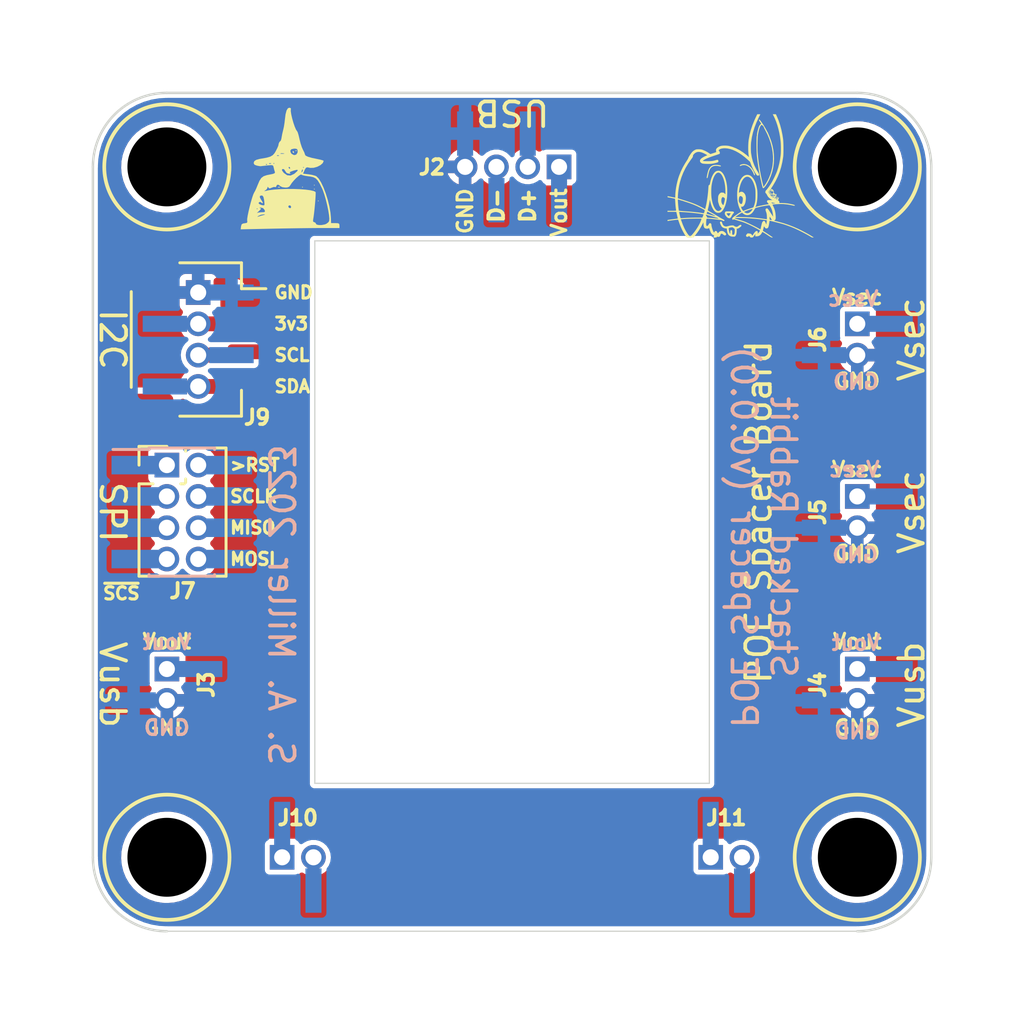
<source format=kicad_pcb>
(kicad_pcb (version 20211014) (generator pcbnew)
  (title_block (title "POE Spacer") (rev "0.0.0") (company "The Nerd Mage"))
  (layers (0 "F.Cu" signal) (31 "B.Cu" signal) (34 "B.Paste" user) (35 "F.Paste" user) (36 "B.SilkS" user "B.Silkscreen") (37 "F.SilkS" user "F.Silkscreen") (38 "B.Mask" user) (39 "F.Mask" user) (44 "Edge.Cuts" user))
  (net 0 "")
  (net 4 "SDA")
  (net 5 "SCL")
  (net 7 "SCLK")
  (net 8 "MISO")
  (net 9 "MOSI")
  (net 10 "~{RESET}")
  (net 11 "RESET")
  (net 12 "Vcc?")
  (net 13 "GND")
  (net 18 "~{SCS}2")
  (net 19 "~{SCS}1")
  (net 20 "~{SCS}0")
  (net 21 "Vout")
  (net 22 "UD+")
  (net 23 "UD-")
  (footprint "Tinker:Mount" (layer "F.Cu") (at 114 114)
    (fp_text reference "REF**" hide)
    (fp_text value "Mount" hide)
    (pad "" np_thru_hole circle (at 0 0) (size 3.2 3.2) (drill 3.2) (layers *.Mask))
  )
  (footprint "Tinker:Board_Stacker_4" (layer "F.Cu") (at 101.905 86 -90)
    (fp_text reference "J2" (at 0.015468 5.154938) (layer "F.SilkS") (effects (font (size 0.6 0.6))))
    (fp_text value "Conn_01x04_Male")
    (pad "1" smd rect (at 1.35 0 270) (size 1.8 0.65) (layers "B.Cu" "B.Paste" "B.Mask") (net 21 "Vout"))
    (pad "1" thru_hole rect (at 0 0 270) (size 1 1) (drill 0.65) (layers *.Cu *.Mask) (net 21 "Vout"))
    (pad "2" thru_hole oval (at 0 1.27 270) (size 1 1) (drill 0.65) (layers *.Cu *.Mask) (net 22 "UD+"))
    (pad "2" smd rect (at -1.35 1.27 270) (size 1.8 0.65) (layers "B.Cu" "B.Paste" "B.Mask") (net 22 "UD+"))
    (pad "3" smd rect (at 1.35 2.54 270) (size 1.8 0.65) (layers "B.Cu" "B.Paste" "B.Mask") (net 23 "UD-"))
    (pad "3" thru_hole oval (at 0 2.54 270) (size 1 1) (drill 0.65) (layers *.Cu *.Mask) (net 23 "UD-"))
    (pad "4" smd rect (at -1.35 3.81 270) (size 1.8 0.65) (layers "B.Cu" "B.Paste" "B.Mask") (net 13 "GND"))
    (pad "4" thru_hole oval (at 0 3.81 270) (size 1 1) (drill 0.65) (layers *.Cu *.Mask) (net 13 "GND"))
  )
  (footprint "Tinker:QWIIC_Stack_II" (layer "F.Cu") (at 87.27 93 -90)
    (fp_text reference "J9" (at 3.158643 -2.390416 180) (layer "F.SilkS") (effects (font (size 0.6 0.6))))
    (fp_text value "QWIIC_Stackable")
    (pad "1" smd rect (at -1.905 -1.35) (size 1.8 0.65) (layers "B.Cu" "B.Paste" "B.Mask") (net 13 "GND"))
    (pad "1" smd roundrect (at -1.5 -1.97 270) (size 0.6 1.55) (layers "F.Cu" "F.Paste" "F.Mask") (net 13 "GND"))
    (pad "1" thru_hole rect (at -1.905 0) (size 1 1) (drill 0.65) (layers *.Cu *.Mask) (net 13 "GND"))
    (pad "1" smd roundrect (at -1.905 -0.877656 270) (size 0.6 1.55) (layers "F.Cu" "F.Paste" "F.Mask") (net 13 "GND"))
    (pad "2" smd roundrect (at -0.5 -1.97 270) (size 0.6 1.55) (layers "F.Cu" "F.Paste" "F.Mask") (net 12 "Vcc?"))
    (pad "2" smd rect (at -0.635 1.35) (size 1.8 0.65) (layers "B.Cu" "B.Paste" "B.Mask") (net 12 "Vcc?"))
    (pad "2" thru_hole oval (at -0.635 0) (size 1 1) (drill 0.65) (layers *.Cu *.Mask) (net 12 "Vcc?"))
    (pad "2" smd roundrect (at -0.635 -0.877656 270) (size 0.6 1.55) (layers "F.Cu" "F.Paste" "F.Mask") (net 12 "Vcc?"))
    (pad "3" smd rect (at 0.635 -1.35) (size 1.8 0.65) (layers "B.Cu" "B.Paste" "B.Mask") (net 4 "SDA"))
    (pad "3" smd roundrect (at 0.5 -1.97 270) (size 0.6 1.55) (layers "F.Cu" "F.Paste" "F.Mask") (net 4 "SDA"))
    (pad "3" thru_hole oval (at 0.635 0) (size 1 1) (drill 0.65) (layers *.Cu *.Mask) (net 4 "SDA"))
    (pad "3" smd roundrect (at 0.635 -0.877656 270) (size 0.6 1.55) (layers "F.Cu" "F.Paste" "F.Mask") (net 4 "SDA"))
    (pad "4" smd rect (at 1.905 1.35) (size 1.8 0.65) (layers "B.Cu" "B.Paste" "B.Mask") (net 5 "SCL"))
    (pad "4" thru_hole oval (at 1.905 0) (size 1 1) (drill 0.65) (layers *.Cu *.Mask) (net 5 "SCL"))
    (pad "4" smd roundrect (at 1.5 -1.97 270) (size 0.6 1.55) (layers "F.Cu" "F.Paste" "F.Mask") (net 5 "SCL"))
    (pad "4" smd roundrect (at 1.905 -0.877656 270) (size 0.6 1.55) (layers "F.Cu" "F.Paste" "F.Mask") (net 5 "SCL"))
    (pad "MP" smd roundrect (at -2.8 1.905 270) (size 1.2 1.8) (layers "F.Cu" "F.Paste" "F.Mask") (roundrect_rratio 0.208333) (net 13 "GND"))
    (pad "MP" smd roundrect (at 2.8 1.905 270) (size 1.2 1.8) (layers "F.Cu" "F.Paste" "F.Mask") (roundrect_rratio 0.208333) (net 13 "GND"))
  )
  (footprint "Tinker:Board_Stacker_2" (layer "F.Cu") (at 90.675 114 90)
    (fp_text reference "J10" (at 1.6 0.635) (layer "F.SilkS") (effects (font (size 0.6 0.6))))
    (fp_text value "Conn_01x02_Male")
    (pad "1" smd rect (at 1.35 0 90) (size 1.8 0.65) (layers "B.Cu" "B.Paste" "B.Mask"))
    (pad "1" thru_hole rect (at 0 0 90) (size 1 1) (drill 0.65) (layers *.Cu *.Mask))
    (pad "2" thru_hole oval (at 0 1.27 90) (size 1 1) (drill 0.65) (layers *.Cu *.Mask))
    (pad "2" smd rect (at -1.35 1.27 90) (size 1.8 0.65) (layers "B.Cu" "B.Paste" "B.Mask"))
  )
  (footprint "Tinker:PinHeader_2x04_P1.27mm_Vertical" (layer "F.Cu") (at 86 98.095)
    (fp_text reference "J7" (at 0.635 5.105 180) (layer "F.SilkS") (effects (font (size 0.6 0.6))))
    (fp_text value "Conn_01x08_Male" hide)
    (pad "1" smd rect (at -1.195 0) (size 2.1 0.75) (layers "B.Cu" "B.Paste" "B.Mask") (net 10 "~{RESET}"))
    (pad "1" thru_hole rect (at 0 0) (size 1 1) (drill 0.65) (layers *.Cu *.Mask) (net 10 "~{RESET}"))
    (pad "2" smd rect (at 2.405 0) (size 2.1 0.75) (layers "B.Cu" "B.Paste" "B.Mask") (net 11 "RESET"))
    (pad "2" thru_hole oval (at 1.27 0) (size 1 1) (drill 0.65) (layers *.Cu *.Mask) (net 11 "RESET"))
    (pad "3" smd rect (at -1.195 1.27) (size 2.1 0.75) (layers "B.Cu" "B.Paste" "B.Mask") (net 18 "~{SCS}2"))
    (pad "3" thru_hole oval (at 0 1.27) (size 1 1) (drill 0.65) (layers *.Cu *.Mask) (net 18 "~{SCS}2"))
    (pad "4" thru_hole oval (at 1.27 1.27) (size 1 1) (drill 0.65) (layers *.Cu *.Mask) (net 7 "SCLK"))
    (pad "4" smd rect (at 2.405 1.27) (size 2.1 0.75) (layers "B.Cu" "B.Paste" "B.Mask") (net 7 "SCLK"))
    (pad "5" thru_hole oval (at 0 2.54) (size 1 1) (drill 0.65) (layers *.Cu *.Mask) (net 19 "~{SCS}1"))
    (pad "5" smd rect (at -1.195 2.54) (size 2.1 0.75) (layers "B.Cu" "B.Paste" "B.Mask") (net 19 "~{SCS}1"))
    (pad "6" smd rect (at 2.405 2.54) (size 2.1 0.75) (layers "B.Cu" "B.Paste" "B.Mask") (net 8 "MISO"))
    (pad "6" thru_hole oval (at 1.27 2.54) (size 1 1) (drill 0.65) (layers *.Cu *.Mask) (net 8 "MISO"))
    (pad "7" smd rect (at -1.195 3.81) (size 2.1 0.75) (layers "B.Cu" "B.Paste" "B.Mask") (net 20 "~{SCS}0"))
    (pad "7" thru_hole oval (at 0 3.81) (size 1 1) (drill 0.65) (layers *.Cu *.Mask) (net 20 "~{SCS}0"))
    (pad "8" thru_hole oval (at 1.27 3.81) (size 1 1) (drill 0.65) (layers *.Cu *.Mask) (net 9 "MOSI"))
    (pad "8" smd rect (at 2.405 3.81) (size 2.1 0.75) (layers "B.Cu" "B.Paste" "B.Mask") (net 9 "MOSI"))
  )
  (footprint "Tinker:Mount" (layer "F.Cu") (at 86 114)
    (fp_text reference "REF**" hide)
    (fp_text value "Mount" hide)
    (pad "" np_thru_hole circle (at 0 0) (size 3.2 3.2) (drill 3.2) (layers *.Mask))
  )
  (footprint "Tinker:DagNabbit" (layer "F.Cu") (at 109 87)
    (fp_text reference "REF**" hide)
    (fp_text value "DagNabbit" hide)
  )
  (footprint "Tinker:Board_Stacker_2" (layer "F.Cu") (at 114 106.365)
    (fp_text reference "J4" (at -1.6 0.635 90) (layer "F.SilkS") (effects (font (size 0.6 0.6))))
    (fp_text value "Conn_01x02_Male")
    (pad "1" thru_hole rect (at 0 0) (size 1 1) (drill 0.65) (layers *.Cu *.Mask))
    (pad "1" smd rect (at 1.35 0) (size 1.8 0.65) (layers "B.Cu" "B.Paste" "B.Mask"))
    (pad "2" thru_hole oval (at 0 1.27) (size 1 1) (drill 0.65) (layers *.Cu *.Mask) (net 13 "GND"))
    (pad "2" smd rect (at -1.35 1.27) (size 1.8 0.65) (layers "B.Cu" "B.Paste" "B.Mask") (net 13 "GND"))
  )
  (footprint "Tinker:Mount" (layer "F.Cu") (at 114 86)
    (fp_text reference "REF**" hide)
    (fp_text value "Mount" hide)
    (pad "" np_thru_hole circle (at 0 0) (size 3.2 3.2) (drill 3.2) (layers *.Mask))
  )
  (footprint "Tinker:Board_Stacker_2" (layer "F.Cu") (at 86 106.365)
    (fp_text reference "J3" (at 1.6 0.635 90) (layer "F.SilkS") (effects (font (size 0.6 0.6))))
    (fp_text value "Conn_01x02_Male")
    (pad "1" smd rect (at 1.35 0) (size 1.8 0.65) (layers "B.Cu" "B.Paste" "B.Mask"))
    (pad "1" thru_hole rect (at 0 0) (size 1 1) (drill 0.65) (layers *.Cu *.Mask))
    (pad "2" smd rect (at -1.35 1.27) (size 1.8 0.65) (layers "B.Cu" "B.Paste" "B.Mask") (net 13 "GND"))
    (pad "2" thru_hole oval (at 0 1.27) (size 1 1) (drill 0.65) (layers *.Cu *.Mask) (net 13 "GND"))
  )
  (footprint "Tinker:Board_Stacker_2" (layer "F.Cu") (at 114 92.365)
    (fp_text reference "J6" (at -1.6 0.635 90) (layer "F.SilkS") (effects (font (size 0.6 0.6))))
    (fp_text value "Conn_01x02_Male")
    (pad "1" thru_hole rect (at 0 0) (size 1 1) (drill 0.65) (layers *.Cu *.Mask))
    (pad "1" smd rect (at 1.35 0) (size 1.8 0.65) (layers "B.Cu" "B.Paste" "B.Mask"))
    (pad "2" smd rect (at -1.35 1.27) (size 1.8 0.65) (layers "B.Cu" "B.Paste" "B.Mask") (net 13 "GND"))
    (pad "2" thru_hole oval (at 0 1.27) (size 1 1) (drill 0.65) (layers *.Cu *.Mask) (net 13 "GND"))
  )
  (footprint "Tinker:Board_Stacker_2" (layer "F.Cu") (at 114 99.365)
    (fp_text reference "J5" (at -1.6 0.635 90) (layer "F.SilkS") (effects (font (size 0.6 0.6))))
    (fp_text value "Conn_01x02_Male")
    (pad "1" smd rect (at 1.35 0) (size 1.8 0.65) (layers "B.Cu" "B.Paste" "B.Mask"))
    (pad "1" thru_hole rect (at 0 0) (size 1 1) (drill 0.65) (layers *.Cu *.Mask))
    (pad "2" thru_hole oval (at 0 1.27) (size 1 1) (drill 0.65) (layers *.Cu *.Mask) (net 13 "GND"))
    (pad "2" smd rect (at -1.35 1.27) (size 1.8 0.65) (layers "B.Cu" "B.Paste" "B.Mask") (net 13 "GND"))
  )
  (footprint "Tinker:Mount" (layer "F.Cu") (at 86 86)
    (fp_text reference "REF**" hide)
    (fp_text value "Mount" hide)
    (pad "" np_thru_hole circle (at 0 0) (size 3.2 3.2) (drill 3.2) (layers *.Mask))
  )
  (footprint "Tinker:NerdMage" (layer "F.Cu") (at 91 86)
    (fp_text reference "G***" hide)
    (fp_text value "LOGO" hide)
  )
  (footprint "Tinker:Board_Stacker_2" (layer "F.Cu") (at 108.055 114 90)
    (fp_text reference "J11" (at 1.6 0.635) (layer "F.SilkS") (effects (font (size 0.6 0.6))))
    (fp_text value "Conn_01x02_Male")
    (pad "1" smd rect (at 1.35 0 90) (size 1.8 0.65) (layers "B.Cu" "B.Paste" "B.Mask"))
    (pad "1" thru_hole rect (at 0 0 90) (size 1 1) (drill 0.65) (layers *.Cu *.Mask))
    (pad "2" thru_hole oval (at 0 1.27 90) (size 1 1) (drill 0.65) (layers *.Cu *.Mask))
    (pad "2" smd rect (at -1.35 1.27 90) (size 1.8 0.65) (layers "B.Cu" "B.Paste" "B.Mask"))
  )
  (gr_line (start 92 111) (end 92 89) (layer "Edge.Cuts") (width 0.05))
  (gr_line (start 117 86) (end 117 114) (layer "Edge.Cuts") (width 0.1))
  (gr_line (start 108 89) (end 108 111) (layer "Edge.Cuts") (width 0.05))
  (gr_arc (start 86 117) (mid 83.87868 116.12132) (end 83 114) (layer "Edge.Cuts") (width 0.1))
  (gr_arc (start 83 86) (mid 83.87868 83.87868) (end 86 83) (layer "Edge.Cuts") (width 0.1))
  (gr_line (start 92 89) (end 108 89) (layer "Edge.Cuts") (width 0.05))
  (gr_line (start 86 83) (end 114 83) (layer "Edge.Cuts") (width 0.1))
  (gr_line (start 114 117) (end 86 117) (layer "Edge.Cuts") (width 0.05))
  (gr_line (start 83 114) (end 83 86) (layer "Edge.Cuts") (width 0.1))
  (gr_arc (start 114 83) (mid 116.12132 83.87868) (end 117 86) (layer "Edge.Cuts") (width 0.1))
  (gr_arc (start 117 114) (mid 116.12132 116.12132) (end 114 117) (layer "Edge.Cuts") (width 0.1))
  (gr_line (start 92 111) (end 108 111) (layer "Edge.Cuts") (width 0.05))
  (gr_text "Stacked Rabbit\n${TITLE} (v${REVISION})" (at 110.19809 101.016404 270) (layer "B.SilkS") (effects (font (size 1 1)) (justify mirror)))
  (gr_text "GND" (at 113.911636 101.744492) (layer "B.SilkS") (effects (font (size 0.6 0.6) (thickness 0.125)) (justify mirror)))
  (gr_text "Vout" (at 86.009393 105.268635) (layer "B.SilkS") (effects (font (size 0.6 0.6) (thickness 0.125)) (justify mirror)))
  (gr_text "S. A. Miller 2023" (at 90.633982 103.764172 270) (layer "B.SilkS") (effects (font (size 1 1)) (justify mirror)))
  (gr_text "GND" (at 85.995908 108.747728) (layer "B.SilkS") (effects (font (size 0.6 0.6) (thickness 0.125)) (justify mirror)))
  (gr_text "Vsec" (at 113.872799 98.268635) (layer "B.SilkS") (effects (font (size 0.6 0.6) (thickness 0.125)) (justify mirror)))
  (gr_text "Vout" (at 113.950572 105.303488) (layer "B.SilkS") (effects (font (size 0.6 0.6) (thickness 0.125)) (justify mirror)))
  (gr_text "GND" (at 113.997176 108.89197) (layer "B.SilkS") (effects (font (size 0.6 0.6) (thickness 0.125)) (justify mirror)))
  (gr_text "GND" (at 113.946688 94.725074) (layer "B.SilkS") (effects (font (size 0.6 0.6) (thickness 0.125)) (justify mirror)))
  (gr_text "Vsec" (at 113.830179 91.346308) (layer "B.SilkS") (effects (font (size 0.6 0.6) (thickness 0.125)) (justify mirror)))
  (gr_text "GND" (at 114 108.745) (layer "F.SilkS") (effects (font (size 0.6 0.6) (thickness 0.125))))
  (gr_text "Vout" (at 86 105.245) (layer "F.SilkS") (effects (font (size 0.6 0.6) (thickness 0.125))))
  (gr_text "Vsec" (at 116.2 93 90) (layer "F.SilkS") (effects (font (size 1 1))))
  (gr_text "Vsec" (at 114 91.285) (layer "F.SilkS") (effects (font (size 0.6 0.6) (thickness 0.125))))
  (gr_text "GND" (at 90.3 91.095) (layer "F.SilkS") (effects (font (size 0.5 0.5) (thickness 0.125)) (justify left)))
  (gr_text "GND" (at 98.095 86.8 90) (layer "F.SilkS") (effects (font (size 0.6 0.6) (thickness 0.125)) (justify right)))
  (gr_text "Vout" (at 114 105.245) (layer "F.SilkS") (effects (font (size 0.6 0.6) (thickness 0.125))))
  (gr_text "Vusb" (at 83.8 107 -90) (layer "F.SilkS") (effects (font (size 1 1))))
  (gr_text "USB" (at 100 83.8 180) (layer "F.SilkS") (effects (font (size 1 1))))
  (gr_text "Vusb" (at 116.2 107 90) (layer "F.SilkS") (effects (font (size 1 1))))
  (gr_text "MISO" (at 88.5 100.635) (layer "F.SilkS") (effects (font (size 0.5 0.5) (thickness 0.125)) (justify left)))
  (gr_text "GND" (at 86 108.745) (layer "F.SilkS") (effects (font (size 0.6 0.6) (thickness 0.125))))
  (gr_text "D+" (at 100.635 86.8 90) (layer "F.SilkS") (effects (font (size 0.6 0.6)) (justify right)))
  (gr_text "Vout" (at 101.905 86.8 90) (layer "F.SilkS") (effects (font (size 0.6 0.6) (thickness 0.125)) (justify right)))
  (gr_text "Vsec" (at 114 98.265) (layer "F.SilkS") (effects (font (size 0.6 0.6) (thickness 0.125))))
  (gr_text "~{SCS}" (at 83.347793 103.30044) (layer "F.SilkS") (effects (font (size 0.5 0.5) (thickness 0.125)) (justify left)))
  (gr_text "SCLK" (at 88.5 99.365) (layer "F.SilkS") (effects (font (size 0.5 0.5) (thickness 0.125)) (justify left)))
  (gr_text "I2C" (at 83.8 93 -90) (layer "F.SilkS") (effects (font (size 1 1))))
  (gr_text "${TITLE} Board" (at 110 100 90) (layer "F.SilkS") (effects (font (size 1 1))))
  (gr_text "MOSI" (at 88.5 101.905) (layer "F.SilkS") (effects (font (size 0.5 0.5) (thickness 0.125)) (justify left)))
  (gr_text "Vsec" (at 116.2 100 90) (layer "F.SilkS") (effects (font (size 1 1))))
  (gr_text "SCL" (at 90.3 93.635) (layer "F.SilkS") (effects (font (size 0.5 0.5) (thickness 0.125)) (justify left)))
  (gr_text "GND" (at 114 94.685) (layer "F.SilkS") (effects (font (size 0.6 0.6) (thickness 0.125))))
  (gr_text "3v3" (at 90.3 92.365) (layer "F.SilkS") (effects (font (size 0.5 0.5) (thickness 0.125)) (justify left)))
  (gr_text "GND" (at 114 101.665) (layer "F.SilkS") (effects (font (size 0.6 0.6) (thickness 0.125))))
  (gr_text "SPI" (at 83.8 100 -90) (layer "F.SilkS") (effects (font (size 1 1))))
  (gr_text "D-" (at 99.365 86.8 90) (layer "F.SilkS") (effects (font (size 0.6 0.6)) (justify right)))
  (gr_text "SDA" (at 90.3 94.905) (layer "F.SilkS") (effects (font (size 0.5 0.5) (thickness 0.125)) (justify left)))
  (gr_text ">RST" (at 88.5 98.095) (layer "F.SilkS") (effects (font (size 0.5 0.5) (thickness 0.125)) (justify left)))
  (zone (net 13) (net_name "GND") (layer "F.Cu") (connect_pads (clearance 0.254)) (min_thickness 0.254) (fill yes (thermal_gap 0.254) (thermal_bridge_width 0.508))
    (polygon (pts (xy 118.582229 117.809465) (xy 81.651499 117.809467) (xy 81.651498 82.584881) (xy 118.582228 82.584879)))
  )
  (zone (net 13) (net_name "GND") (layer "B.Cu") (connect_pads (clearance 0.2)) (min_thickness 0.2) (fill yes (thermal_gap 0.254) (thermal_bridge_width 0.508))
    (polygon (pts (xy 119.380001 118.507005) (xy 80.682697 118.507005) (xy 80.682697 82.09421) (xy 119.380001 82.09421)))
  )
)
</source>
